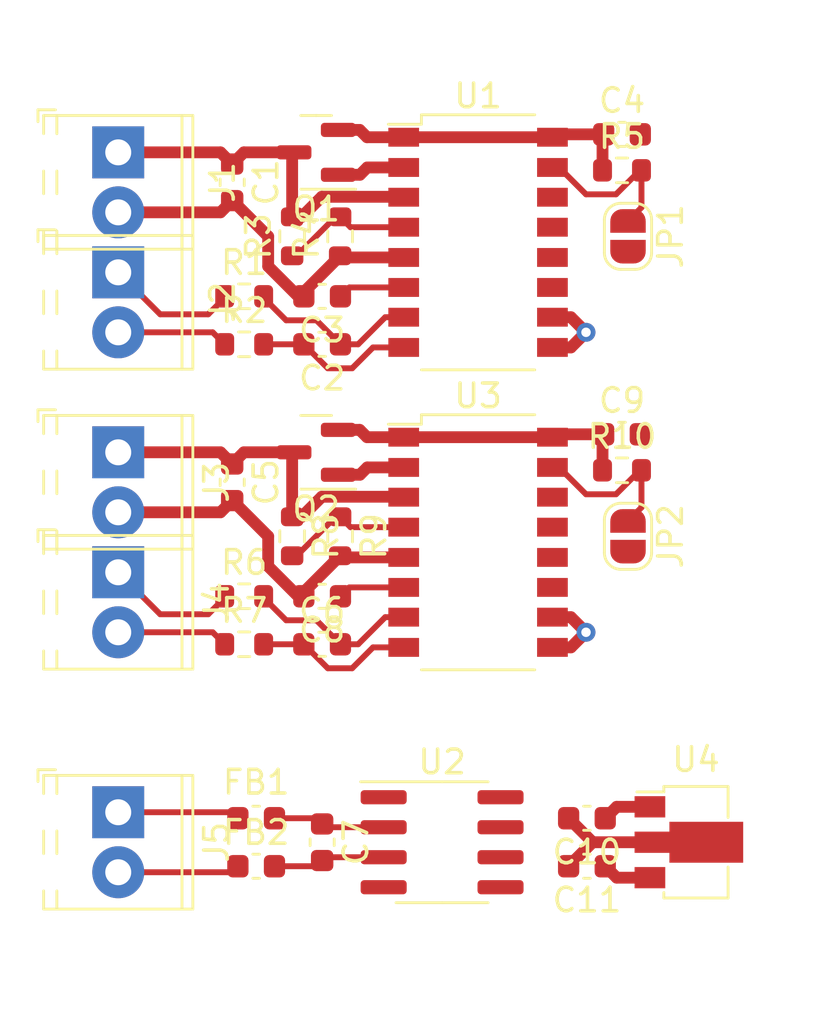
<source format=kicad_pcb>
(kicad_pcb (version 20211014) (generator pcbnew)
  (layers (0 "F.Cu" signal) (31 "B.Cu" signal) (34 "B.Paste" user) (35 "F.Paste" user) (36 "B.SilkS" user "B.Silkscreen") (37 "F.SilkS" user "F.Silkscreen") (38 "B.Mask" user) (39 "F.Mask" user) (44 "Edge.Cuts" user))
  (net 0 "")
  (net 1 "Net-(C1-Pad1)")
  (net 2 "GND")
  (net 3 "Net-(C3-Pad1)")
  (net 4 "GND1")
  (net 5 "Net-(J2-Pad1)")
  (net 6 "Net-(J2-Pad2)")
  (net 7 "Net-(JP1-Pad1)")
  (net 8 "Net-(Q1-Pad1)")
  (net 9 "Net-(R3-Pad1)")
  (net 11 "VDD")
  (net 12 "Net-(C5-Pad1)")
  (net 13 "Net-(C6-Pad1)")
  (net 14 "Net-(C6-Pad2)")
  (net 15 "Net-(C7-Pad1)")
  (net 16 "Net-(C7-Pad2)")
  (net 17 "Net-(C8-Pad1)")
  (net 18 "Net-(J4-Pad1)")
  (net 19 "Net-(J4-Pad2)")
  (net 20 "Net-(JP2-Pad1)")
  (net 21 "Net-(Q2-Pad1)")
  (net 22 "Net-(R8-Pad2)")
  (net 23 "/CLK1")
  (net 24 "/DAT1")
  (net 25 "+3V3")
  (net 26 "/SCK")
  (net 27 "/~{CS}")
  (net 28 "/DOUT")
  (net 29 "/CLK2")
  (net 30 "/DAT2")
  (net 32 "Net-(R1-Pad2)")
  (net 33 "Net-(R2-Pad2)")
  (net 34 "Net-(J5-Pad1)")
  (net 35 "Net-(J5-Pad2)")
  (footprint "Resistor_SMD:R_0603_1608Metric" (layer "F.Cu") (at 114.554 71.628)
    (fp_text reference "R2" (at 0 -1.43) (layer "F.SilkS"))
    (fp_text value "100")
    (fp_line (start -0.237258 -0.5225) (end 0.237258 -0.5225) (layer "F.SilkS") (width 0.12))
    (fp_line (start -0.237258 0.5225) (end 0.237258 0.5225) (layer "F.SilkS") (width 0.12))
    (pad "1" smd roundrect (at -0.825 0) (size 0.8 0.95) (layers "F.Cu" "F.Paste" "F.Mask") (net 6 "Net-(J2-Pad2)"))
    (pad "2" smd roundrect (at 0.825 0) (size 0.8 0.95) (layers "F.Cu" "F.Paste" "F.Mask") (net 33 "Net-(R2-Pad2)"))
  )
  (footprint "Resistor_SMD:R_0603_1608Metric" (layer "F.Cu") (at 116.586 67.056 90)
    (fp_text reference "R3" (at 0 -1.43 90) (layer "F.SilkS"))
    (fp_text value "R_Small")
    (fp_line (start -0.237258 0.5225) (end 0.237258 0.5225) (layer "F.SilkS") (width 0.12))
    (fp_line (start -0.237258 -0.5225) (end 0.237258 -0.5225) (layer "F.SilkS") (width 0.12))
    (pad "1" smd roundrect (at -0.825 0 90) (size 0.8 0.95) (layers "F.Cu" "F.Paste" "F.Mask") (net 9 "Net-(R3-Pad1)"))
    (pad "2" smd roundrect (at 0.825 0 90) (size 0.8 0.95) (layers "F.Cu" "F.Paste" "F.Mask") (net 1 "Net-(C1-Pad1)"))
  )
  (footprint "Capacitor_SMD:C_0603_1608Metric" (layer "F.Cu") (at 117.856 92.71 -90)
    (fp_text reference "C7" (at 0 -1.43 90) (layer "F.SilkS"))
    (fp_text value "10n")
    (fp_line (start -0.14058 0.51) (end 0.14058 0.51) (layer "F.SilkS") (width 0.12))
    (fp_line (start -0.14058 -0.51) (end 0.14058 -0.51) (layer "F.SilkS") (width 0.12))
    (pad "1" smd roundrect (at -0.775 0 270) (size 0.9 0.95) (layers "F.Cu" "F.Paste" "F.Mask") (net 15 "Net-(C7-Pad1)"))
    (pad "2" smd roundrect (at 0.775 0 270) (size 0.9 0.95) (layers "F.Cu" "F.Paste" "F.Mask") (net 16 "Net-(C7-Pad2)"))
  )
  (footprint "Capacitor_SMD:C_0603_1608Metric" (layer "F.Cu") (at 117.856 69.596 180)
    (fp_text reference "C3" (at 0 -1.43 180) (layer "F.SilkS"))
    (fp_text value "C_Small")
    (fp_line (start -0.14058 -0.51) (end 0.14058 -0.51) (layer "F.SilkS") (width 0.12))
    (fp_line (start -0.14058 0.51) (end 0.14058 0.51) (layer "F.SilkS") (width 0.12))
    (pad "1" smd roundrect (at -0.775 0 180) (size 0.9 0.95) (layers "F.Cu" "F.Paste" "F.Mask") (net 3 "Net-(C3-Pad1)"))
    (pad "2" smd roundrect (at 0.775 0 180) (size 0.9 0.95) (layers "F.Cu" "F.Paste" "F.Mask") (net 2 "GND"))
  )
  (footprint "Capacitor_SMD:C_0603_1608Metric" (layer "F.Cu") (at 117.856 71.628 180)
    (fp_text reference "C2" (at 0 -1.43) (layer "F.SilkS"))
    (fp_text value "C_Small")
    (fp_line (start -0.14058 -0.51) (end 0.14058 -0.51) (layer "F.SilkS") (width 0.12))
    (fp_line (start -0.14058 0.51) (end 0.14058 0.51) (layer "F.SilkS") (width 0.12))
    (pad "1" smd roundrect (at -0.775 0 180) (size 0.9 0.95) (layers "F.Cu" "F.Paste" "F.Mask") (net 32 "Net-(R1-Pad2)"))
    (pad "2" smd roundrect (at 0.775 0 180) (size 0.9 0.95) (layers "F.Cu" "F.Paste" "F.Mask") (net 33 "Net-(R2-Pad2)"))
  )
  (footprint "TerminalBlock_Phoenix:TerminalBlock_Phoenix_MPT-0,5-2-2.54_1x02_P2.54mm_Horizontal" (layer "F.Cu") (at 109.22 76.2 -90)
    (fp_text reference "J3" (at 1.27 -4.16 -90) (layer "F.SilkS"))
    (fp_text value "Conn_01x02_Female")
    (fp_line (start 3.33 2.6) (end 4.1 2.6) (layer "F.SilkS") (width 0.12))
    (fp_line (start 0.79 3.16) (end 1.75 3.16) (layer "F.SilkS") (width 0.12))
    (fp_line (start 0.79 2.6) (end 1.75 2.6) (layer "F.SilkS") (width 0.12))
    (fp_line (start -1.56 3.16) (end -0.79 3.16) (layer "F.SilkS") (width 0.12))
    (fp_line (start 3.33 3.16) (end 4.1 3.16) (layer "F.SilkS") (width 0.12))
    (fp_line (start 4.1 -3.16) (end 4.1 3.16) (layer "F.SilkS") (width 0.12))
    (fp_line (start -1.8 3.4) (end -1.3 3.4) (layer "F.SilkS") (width 0.12))
    (fp_line (start -1.56 -3.16) (end -1.56 3.16) (layer "F.SilkS") (width 0.12))
    (fp_line (start -1.56 2.6) (end -0.79 2.6) (layer "F.SilkS") (width 0.12))
    (fp_line (start -1.56 -2.7) (end 4.1 -2.7) (layer "F.SilkS") (width 0.12))
    (fp_line (start -1.56 -3.16) (end 4.1 -3.16) (layer "F.SilkS") (width 0.12))
    (fp_line (start -1.8 2.66) (end -1.8 3.4) (layer "F.SilkS") (width 0.12))
    (pad "" np_thru_hole circle (at 2.54 2.54 270) (size 1.1 1.1) (drill 1.1) (layers *.Cu *.Mask))
    (pad "" np_thru_hole circle (at 0 2.54 270) (size 1.1 1.1) (drill 1.1) (layers *.Cu *.Mask))
    (pad "1" thru_hole rect (at 0 0 270) (size 2.2 2.2) (drill 1.1) (layers *.Cu *.Mask) (net 12 "Net-(C5-Pad1)"))
    (pad "2" thru_hole circle (at 2.54 0 270) (size 2.2 2.2) (drill 1.1) (layers *.Cu *.Mask) (net 2 "GND"))
  )
  (footprint "Jumper:SolderJumper-2_P1.3mm_Open_RoundedPad1.0x1.5mm" (layer "F.Cu") (at 130.81 79.756 -90)
    (fp_text reference "JP2" (at 0 -1.8 90) (layer "F.SilkS"))
    (fp_text value "SolderJumper_2_Open")
    (fp_line (start 0.7 1) (end -0.7 1) (layer "F.SilkS") (width 0.12))
    (fp_line (start 1.4 -0.3) (end 1.4 0.3) (layer "F.SilkS") (width 0.12))
    (fp_line (start -0.7 -1) (end 0.7 -1) (layer "F.SilkS") (width 0.12))
    (fp_line (start -1.4 0.3) (end -1.4 -0.3) (layer "F.SilkS") (width 0.12))
    (fp_arc (start 0.7 -1) (mid 1.194975 -0.794975) (end 1.4 -0.3) (layer "F.SilkS") (width 0.12))
    (fp_arc (start 1.4 0.3) (mid 1.194975 0.794975) (end 0.7 1) (layer "F.SilkS") (width 0.12))
    (fp_arc (start -1.4 -0.3) (mid -1.194975 -0.794975) (end -0.7 -1) (layer "F.SilkS") (width 0.12))
    (fp_arc (start -0.7 1) (mid -1.194975 0.794975) (end -1.4 0.3) (layer "F.SilkS") (width 0.12))
    (pad "1" smd custom (at -0.65 0 270) (size 1 0.5) (layers "F.Cu" "F.Mask") (net 20 "Net-(JP2-Pad1)") (options (clearance outline) (anchor rect)) (primitives (gr_circle (center 0 0.25) (end 0.5 0.25) (width 0) (fill yes)) (gr_circle (center 0 -0.25) (end 0.5 -0.25) (width 0) (fill yes)) (gr_poly (pts (xy 0.5 0.75) (xy 0 0.75) (xy 0 -0.75) (xy 0.5 -0.75)) (width 0) (fill yes))))
    (pad "2" smd custom (at 0.65 0 270) (size 1 0.5) (layers "F.Cu" "F.Mask") (net 2 "GND") (options (clearance outline) (anchor rect)) (primitives (gr_circle (center 0 0.25) (end 0.5 0.25) (width 0) (fill yes)) (gr_circle (center 0 -0.25) (end 0.5 -0.25) (width 0) (fill yes)) (gr_poly (pts (xy 0 0.75) (xy -0.5 0.75) (xy -0.5 -0.75) (xy 0 -0.75)) (width 0) (fill yes))))
  )
  (footprint "Package_SO:SOP-16_4.4x10.4mm_P1.27mm" (layer "F.Cu") (at 124.46 67.31)
    (fp_text reference "U1" (at 0 -6.2) (layer "F.SilkS"))
    (fp_text value "HX711")
    (fp_line (start -2.4 -5.4) (end -2.4 -5) (layer "F.SilkS") (width 0.12))
    (fp_line (start -2.4 -5) (end -3.8 -5) (layer "F.SilkS") (width 0.12))
    (fp_line (start -2.4 -5.4) (end 2.4 -5.4) (layer "F.SilkS") (width 0.12))
    (fp_line (start -2.4 5.4) (end 2.4 5.4) (layer "F.SilkS") (width 0.12))
    (pad "1" smd rect (at -3.15 -4.45) (size 1.3 0.8) (layers "F.Cu" "F.Paste" "F.Mask") (net 11 "VDD"))
    (pad "2" smd rect (at -3.15 -3.17) (size 1.3 0.8) (layers "F.Cu" "F.Paste" "F.Mask") (net 8 "Net-(Q1-Pad1)"))
    (pad "3" smd rect (at -3.15 -1.91) (size 1.3 0.8) (layers "F.Cu" "F.Paste" "F.Mask") (net 1 "Net-(C1-Pad1)"))
    (pad "4" smd rect (at -3.15 -0.64) (size 1.3 0.8) (layers "F.Cu" "F.Paste" "F.Mask") (net 9 "Net-(R3-Pad1)"))
    (pad "5" smd rect (at -3.15 0.64) (size 1.3 0.8) (layers "F.Cu" "F.Paste" "F.Mask") (net 2 "GND"))
    (pad "6" smd rect (at -3.15 1.91) (size 1.3 0.8) (layers "F.Cu" "F.Paste" "F.Mask") (net 3 "Net-(C3-Pad1)"))
    (pad "7" smd rect (at -3.15 3.17) (size 1.3 0.8) (layers "F.Cu" "F.Paste" "F.Mask") (net 32 "Net-(R1-Pad2)"))
    (pad "8" smd rect (at -3.15 4.45) (size 1.3 0.8) (layers "F.Cu" "F.Paste" "F.Mask") (net 33 "Net-(R2-Pad2)"))
    (pad "9" smd rect (at 3.15 4.45) (size 1.3 0.8) (layers "F.Cu" "F.Paste" "F.Mask") (net 2 "GND"))
    (pad "10" smd rect (at 3.15 3.17) (size 1.3 0.8) (layers "F.Cu" "F.Paste" "F.Mask") (net 2 "GND"))
    (pad "11" smd rect (at 3.15 1.91) (size 1.3 0.8) (layers "F.Cu" "F.Paste" "F.Mask") (net 23 "/CLK1"))
    (pad "12" smd rect (at 3.15 0.64) (size 1.3 0.8) (layers "F.Cu" "F.Paste" "F.Mask") (net 24 "/DAT1"))
    (pad "13" smd rect (at 3.15 -0.64) (size 1.3 0.8) (layers "F.Cu" "F.Paste" "F.Mask"))
    (pad "14" smd rect (at 3.15 -1.91) (size 1.3 0.8) (layers "F.Cu" "F.Paste" "F.Mask") (net 2 "GND"))
    (pad "15" smd rect (at 3.15 -3.17) (size 1.3 0.8) (layers "F.Cu" "F.Paste" "F.Mask") (net 7 "Net-(JP1-Pad1)"))
    (pad "16" smd rect (at 3.15 -4.45) (size 1.3 0.8) (layers "F.Cu" "F.Paste" "F.Mask") (net 11 "VDD"))
  )
  (footprint "Jumper:SolderJumper-2_P1.3mm_Open_RoundedPad1.0x1.5mm" (layer "F.Cu") (at 130.81 67.056 -90)
    (fp_text reference "JP1" (at 0 -1.8 90) (layer "F.SilkS"))
    (fp_text value "SolderJumper_2_Open")
    (fp_line (start 1.4 -0.3) (end 1.4 0.3) (layer "F.SilkS") (width 0.12))
    (fp_line (start -0.7 -1) (end 0.7 -1) (layer "F.SilkS") (width 0.12))
    (fp_line (start 0.7 1) (end -0.7 1) (layer "F.SilkS") (width 0.12))
    (fp_line (start -1.4 0.3) (end -1.4 -0.3) (layer "F.SilkS") (width 0.12))
    (fp_arc (start 0.7 -1) (mid 1.194975 -0.794975) (end 1.4 -0.3) (layer "F.SilkS") (width 0.12))
    (fp_arc (start -1.4 -0.3) (mid -1.194975 -0.794975) (end -0.7 -1) (layer "F.SilkS") (width 0.12))
    (fp_arc (start 1.4 0.3) (mid 1.194975 0.794975) (end 0.7 1) (layer "F.SilkS") (width 0.12))
    (fp_arc (start -0.7 1) (mid -1.194975 0.794975) (end -1.4 0.3) (layer "F.SilkS") (width 0.12))
    (pad "1" smd custom (at -0.65 0 270) (size 1 0.5) (layers "F.Cu" "F.Mask") (net 7 "Net-(JP1-Pad1)") (options (clearance outline) (anchor rect)) (primitives (gr_circle (center 0 0.25) (end 0.5 0.25) (width 0) (fill yes)) (gr_circle (center 0 -0.25) (end 0.5 -0.25) (width 0) (fill yes)) (gr_poly (pts (xy 0.5 0.75) (xy 0 0.75) (xy 0 -0.75) (xy 0.5 -0.75)) (width 0) (fill yes))))
    (pad "2" smd custom (at 0.65 0 270) (size 1 0.5) (layers "F.Cu" "F.Mask") (net 2 "GND") (options (clearance outline) (anchor rect)) (primitives (gr_circle (center 0 0.25) (end 0.5 0.25) (width 0) (fill yes)) (gr_circle (center 0 -0.25) (end 0.5 -0.25) (width 0) (fill yes)) (gr_poly (pts (xy 0 0.75) (xy -0.5 0.75) (xy -0.5 -0.75) (xy 0 -0.75)) (width 0) (fill yes))))
  )
  (footprint "Resistor_SMD:R_0603_1608Metric" (layer "F.Cu") (at 118.618 67.056 90)
    (fp_text reference "R4" (at 0 -1.43 90) (layer "F.SilkS"))
    (fp_text value "R_Small")
    (fp_line (start -0.237258 0.5225) (end 0.237258 0.5225) (layer "F.SilkS") (width 0.12))
    (fp_line (start -0.237258 -0.5225) (end 0.237258 -0.5225) (layer "F.SilkS") (width 0.12))
    (pad "1" smd roundrect (at -0.825 0 90) (size 0.8 0.95) (layers "F.Cu" "F.Paste" "F.Mask") (net 2 "GND"))
    (pad "2" smd roundrect (at 0.825 0 90) (size 0.8 0.95) (layers "F.Cu" "F.Paste" "F.Mask") (net 9 "Net-(R3-Pad1)"))
  )
  (footprint "Resistor_SMD:R_0603_1608Metric" (layer "F.Cu") (at 130.556 76.962)
    (fp_text reference "R10" (at 0 -1.43) (layer "F.SilkS"))
    (fp_text value "R_Small")
    (fp_line (start -0.237258 -0.5225) (end 0.237258 -0.5225) (layer "F.SilkS") (width 0.12))
    (fp_line (start -0.237258 0.5225) (end 0.237258 0.5225) (layer "F.SilkS") (width 0.12))
    (pad "1" smd roundrect (at -0.825 0) (size 0.8 0.95) (layers "F.Cu" "F.Paste" "F.Mask") (net 11 "VDD"))
    (pad "2" smd roundrect (at 0.825 0) (size 0.8 0.95) (layers "F.Cu" "F.Paste" "F.Mask") (net 20 "Net-(JP2-Pad1)"))
  )
  (footprint "Package_SO:SOIC-8_3.9x4.9mm_P1.27mm" (layer "F.Cu") (at 122.936 92.71)
    (fp_text reference "U2" (at 0 -3.4) (layer "F.SilkS"))
    (fp_text value "MAX31855KASA")
    (fp_line (start 0 2.56) (end 1.95 2.56) (layer "F.SilkS") (width 0.12))
    (fp_line (start 0 2.56) (end -1.95 2.56) (layer "F.SilkS") (width 0.12))
    (fp_line (start 0 -2.56) (end -3.45 -2.56) (layer "F.SilkS") (width 0.12))
    (fp_line (start 0 -2.56) (end 1.95 -2.56) (layer "F.SilkS") (width 0.12))
    (pad "1" smd roundrect (at -2.475 -1.905) (size 1.95 0.6) (layers "F.Cu" "F.Paste" "F.Mask") (net 2 "GND"))
    (pad "2" smd roundrect (at -2.475 -0.635) (size 1.95 0.6) (layers "F.Cu" "F.Paste" "F.Mask") (net 15 "Net-(C7-Pad1)"))
    (pad "3" smd roundrect (at -2.475 0.635) (size 1.95 0.6) (layers "F.Cu" "F.Paste" "F.Mask") (net 16 "Net-(C7-Pad2)"))
    (pad "4" smd roundrect (at -2.475 1.905) (size 1.95 0.6) (layers "F.Cu" "F.Paste" "F.Mask") (net 25 "+3V3"))
    (pad "5" smd roundrect (at 2.475 1.905) (size 1.95 0.6) (layers "F.Cu" "F.Paste" "F.Mask") (net 26 "/SCK"))
    (pad "6" smd roundrect (at 2.475 0.635) (size 1.95 0.6) (layers "F.Cu" "F.Paste" "F.Mask") (net 27 "/~{CS}"))
    (pad "7" smd roundrect (at 2.475 -0.635) (size 1.95 0.6) (layers "F.Cu" "F.Paste" "F.Mask") (net 28 "/DOUT"))
    (pad "8" smd roundrect (at 2.475 -1.905) (size 1.95 0.6) (layers "F.Cu" "F.Paste" "F.Mask"))
  )
  (footprint "Capacitor_SMD:C_0603_1608Metric" (layer "F.Cu") (at 129.070501 93.726 180)
    (fp_text reference "C11" (at 0 -1.43) (layer "F.SilkS"))
    (fp_text value "C_Small")
    (fp_line (start -0.14058 0.51) (end 0.14058 0.51) (layer "F.SilkS") (width 0.12))
    (fp_line (start -0.14058 -0.51) (end 0.14058 -0.51) (layer "F.SilkS") (width 0.12))
    (pad "1" smd roundrect (at -0.775 0 180) (size 0.9 0.95) (layers "F.Cu" "F.Paste" "F.Mask") (net 11 "VDD"))
    (pad "2" smd roundrect (at 0.775 0 180) (size 0.9 0.95) (layers "F.Cu" "F.Paste" "F.Mask") (net 2 "GND"))
  )
  (footprint "Resistor_SMD:R_0603_1608Metric" (layer "F.Cu") (at 118.618 79.756 -90)
    (fp_text reference "R9" (at 0 -1.43 90) (layer "F.SilkS"))
    (fp_text value "R_Small")
    (fp_line (start -0.237258 0.5225) (end 0.237258 0.5225) (layer "F.SilkS") (width 0.12))
    (fp_line (start -0.237258 -0.5225) (end 0.237258 -0.5225) (layer "F.SilkS") (width 0.12))
    (pad "1" smd roundrect (at -0.825 0 270) (size 0.8 0.95) (layers "F.Cu" "F.Paste" "F.Mask") (net 22 "Net-(R8-Pad2)"))
    (pad "2" smd roundrect (at 0.825 0 270) (size 0.8 0.95) (layers "F.Cu" "F.Paste" "F.Mask") (net 2 "GND"))
  )
  (footprint "Capacitor_SMD:C_0603_1608Metric" (layer "F.Cu") (at 114.046 77.47 -90)
    (fp_text reference "C5" (at 0 -1.43 -90) (layer "F.SilkS"))
    (fp_text value "C_Small")
    (fp_line (start -0.14058 -0.51) (end 0.14058 -0.51) (layer "F.SilkS") (width 0.12))
    (fp_line (start -0.14058 0.51) (end 0.14058 0.51) (layer "F.SilkS") (width 0.12))
    (pad "1" smd roundrect (at -0.775 0 270) (size 0.9 0.95) (layers "F.Cu" "F.Paste" "F.Mask") (net 12 "Net-(C5-Pad1)"))
    (pad "2" smd roundrect (at 0.775 0 270) (size 0.9 0.95) (layers "F.Cu" "F.Paste" "F.Mask") (net 2 "GND"))
  )
  (footprint "TerminalBlock_Phoenix:TerminalBlock_Phoenix_MPT-0,5-2-2.54_1x02_P2.54mm_Horizontal" (layer "F.Cu") (at 109.22 63.5 -90)
    (fp_text reference "J1" (at 1.27 -4.414 -90) (layer "F.SilkS"))
    (fp_text value "Conn_01x02_Female")
    (fp_line (start -1.56 2.6) (end -0.79 2.6) (layer "F.SilkS") (width 0.12))
    (fp_line (start -1.56 -3.16) (end 4.1 -3.16) (layer "F.SilkS") (width 0.12))
    (fp_line (start -1.56 -3.16) (end -1.56 3.16) (layer "F.SilkS") (width 0.12))
    (fp_line (start 3.33 3.16) (end 4.1 3.16) (layer "F.SilkS") (width 0.12))
    (fp_line (start -1.8 3.4) (end -1.3 3.4) (layer "F.SilkS") (width 0.12))
    (fp_line (start 4.1 -3.16) (end 4.1 3.16) (layer "F.SilkS") (width 0.12))
    (fp_line (start 3.33 2.6) (end 4.1 2.6) (layer "F.SilkS") (width 0.12))
    (fp_line (start -1.56 3.16) (end -0.79 3.16) (layer "F.SilkS") (width 0.12))
    (fp_line (start 0.79 3.16) (end 1.75 3.16) (layer "F.SilkS") (width 0.12))
    (fp_line (start 0.79 2.6) (end 1.75 2.6) (layer "F.SilkS") (width 0.12))
    (fp_line (start -1.8 2.66) (end -1.8 3.4) (layer "F.SilkS") (width 0.12))
    (fp_line (start -1.56 -2.7) (end 4.1 -2.7) (layer "F.SilkS") (width 0.12))
    (pad "" np_thru_hole circle (at 0 2.54 270) (size 1.1 1.1) (drill 1.1) (layers *.Cu *.Mask))
    (pad "" np_thru_hole circle (at 2.54 2.54 270) (size 1.1 1.1) (drill 1.1) (layers *.Cu *.Mask))
    (pad "1" thru_hole rect (at 0 0 270) (size 2.2 2.2) (drill 1.1) (layers *.Cu *.Mask) (net 1 "Net-(C1-Pad1)"))
    (pad "2" thru_hole circle (at 2.54 0 270) (size 2.2 2.2) (drill 1.1) (layers *.Cu *.Mask) (net 2 "GND"))
  )
  (footprint "Package_SO:SOP-16_4.4x10.4mm_P1.27mm" (layer "F.Cu") (at 124.46 80.01)
    (fp_text reference "U3" (at 0 -6.2) (layer "F.SilkS"))
    (fp_text value "HX711")
    (fp_line (start -2.4 5.4) (end 2.4 5.4) (layer "F.SilkS") (width 0.12))
    (fp_line (start -2.4 -5.4) (end -2.4 -5) (layer "F.SilkS") (width 0.12))
    (fp_line (start -2.4 -5) (end -3.8 -5) (layer "F.SilkS") (width 0.12))
    (fp_line (start -2.4 -5.4) (end 2.4 -5.4) (layer "F.SilkS") (width 0.12))
    (pad "1" smd rect (at -3.15 -4.45) (size 1.3 0.8) (layers "F.Cu" "F.Paste" "F.Mask") (net 11 "VDD"))
    (pad "2" smd rect (at -3.15 -3.17) (size 1.3 0.8) (layers "F.Cu" "F.Paste" "F.Mask") (net 21 "Net-(Q2-Pad1)"))
    (pad "3" smd rect (at -3.15 -1.91) (size 1.3 0.8) (layers "F.Cu" "F.Paste" "F.Mask") (net 12 "Net-(C5-Pad1)"))
    (pad "4" smd rect (at -3.15 -0.64) (size 1.3 0.8) (layers "F.Cu" "F.Paste" "F.Mask") (net 22 "Net-(R8-Pad2)"))
    (pad "5" smd rect (at -3.15 0.64) (size 1.3 0.8) (layers "F.Cu" "F.Paste" "F.Mask") (net 2 "GND"))
    (pad "6" smd rect (at -3.15 1.91) (size 1.3 0.8) (layers "F.Cu" "F.Paste" "F.Mask") (net 17 "Net-(C8-Pad1)"))
    (pad "7" smd rect (at -3.15 3.17) (size 1.3 0.8) (layers "F.Cu" "F.Paste" "F.Mask") (net 13 "Net-(C6-Pad1)"))
    (pad "8" smd rect (at -3.15 4.45) (size 1.3 0.8) (layers "F.Cu" "F.Paste" "F.Mask") (net 14 "Net-(C6-Pad2)"))
    (pad "9" smd rect (at 3.15 4.45) (size 1.3 0.8) (layers "F.Cu" "F.Paste" "F.Mask") (net 2 "GND"))
    (pad "10" smd rect (at 3.15 3.17) (size 1.3 0.8) (layers "F.Cu" "F.Paste" "F.Mask") (net 2 "GND"))
    (pad "11" smd rect (at 3.15 1.91) (size 1.3 0.8) (layers "F.Cu" "F.Paste" "F.Mask") (net 29 "/CLK2"))
    (pad "12" smd rect (at 3.15 0.64) (size 1.3 0.8) (layers "F.Cu" "F.Paste" "F.Mask") (net 30 "/DAT2"))
    (pad "13" smd rect (at 3.15 -0.64) (size 1.3 0.8) (layers "F.Cu" "F.Paste" "F.Mask"))
    (pad "14" smd rect (at 3.15 -1.91) (size 1.3 0.8) (layers "F.Cu" "F.Paste" "F.Mask") (net 11 "VDD"))
    (pad "15" smd rect (at 3.15 -3.17) (size 1.3 0.8) (layers "F.Cu" "F.Paste" "F.Mask") (net 20 "Net-(JP2-Pad1)"))
    (pad "16" smd rect (at 3.15 -4.45) (size 1.3 0.8) (layers "F.Cu" "F.Paste" "F.Mask") (net 11 "VDD"))
  )
  (footprint "Capacitor_SMD:C_0603_1608Metric" (layer "F.Cu") (at 115.062 93.726)
    (fp_text reference "FB2" (at 0 -1.43) (layer "F.SilkS"))
    (fp_text value "BLM18P")
    (fp_line (start -0.14058 -0.51) (end 0.14058 -0.51) (layer "F.SilkS") (width 0.12))
    (fp_line (start -0.14058 0.51) (end 0.14058 0.51) (layer "F.SilkS") (width 0.12))
    (pad "1" smd roundrect (at -0.775 0) (size 0.9 0.95) (layers "F.Cu" "F.Paste" "F.Mask") (net 35 "Net-(J5-Pad2)"))
    (pad "2" smd roundrect (at 0.775 0) (size 0.9 0.95) (layers "F.Cu" "F.Paste" "F.Mask") (net 16 "Net-(C7-Pad2)"))
  )
  (footprint "Resistor_SMD:R_0603_1608Metric" (layer "F.Cu") (at 114.554 84.328)
    (fp_text reference "R7" (at 0 -1.43) (layer "F.SilkS"))
    (fp_text value "100")
    (fp_line (start -0.237258 -0.5225) (end 0.237258 -0.5225) (layer "F.SilkS") (width 0.12))
    (fp_line (start -0.237258 0.5225) (end 0.237258 0.5225) (layer "F.SilkS") (width 0.12))
    (pad "1" smd roundrect (at -0.825 0) (size 0.8 0.95) (layers "F.Cu" "F.Paste" "F.Mask") (net 14 "Net-(C6-Pad2)"))
    (pad "2" smd roundrect (at 0.825 0) (size 0.8 0.95) (layers "F.Cu" "F.Paste" "F.Mask") (net 19 "Net-(J4-Pad2)"))
  )
  (footprint "Package_TO_SOT_SMD:SOT-23" (layer "F.Cu") (at 117.602 63.5 180)
    (fp_text reference "Q1" (at 0 -2.4) (layer "F.SilkS"))
    (fp_text value "MMBT3906")
    (fp_line (start 0 -1.56) (end 0.65 -1.56) (layer "F.SilkS") (width 0.12))
    (fp_line (start 0 -1.56) (end -1.675 -1.56) (layer "F.SilkS") (width 0.12))
    (fp_line (start 0 1.56) (end -0.65 1.56) (layer "F.SilkS") (width 0.12))
    (fp_line (start 0 1.56) (end 0.65 1.56) (layer "F.SilkS") (width 0.12))
    (pad "1" smd roundrect (at -0.9375 -0.95 180) (size 1.475 0.6) (layers "F.Cu" "F.Paste" "F.Mask") (net 8 "Net-(Q1-Pad1)"))
    (pad "2" smd roundrect (at -0.9375 0.95 180) (size 1.475 0.6) (layers "F.Cu" "F.Paste" "F.Mask") (net 11 "VDD"))
    (pad "3" smd roundrect (at 0.9375 0 180) (size 1.475 0.6) (layers "F.Cu" "F.Paste" "F.Mask") (net 1 "Net-(C1-Pad1)"))
  )
  (footprint "Capacitor_SMD:C_0603_1608Metric" (layer "F.Cu") (at 114.046 64.77 -90)
    (fp_text reference "C1" (at 0 -1.43 -90) (layer "F.SilkS"))
    (fp_text value "C_Small")
    (fp_line (start -0.14058 -0.51) (end 0.14058 -0.51) (layer "F.SilkS") (width 0.12))
    (fp_line (start -0.14058 0.51) (end 0.14058 0.51) (layer "F.SilkS") (width 0.12))
    (pad "1" smd roundrect (at -0.775 0 270) (size 0.9 0.95) (layers "F.Cu" "F.Paste" "F.Mask") (net 1 "Net-(C1-Pad1)"))
    (pad "2" smd roundrect (at 0.775 0 270) (size 0.9 0.95) (layers "F.Cu" "F.Paste" "F.Mask") (net 2 "GND"))
  )
  (footprint "TerminalBlock_Phoenix:TerminalBlock_Phoenix_MPT-0,5-2-2.54_1x02_P2.54mm_Horizontal" (layer "F.Cu") (at 109.22 81.28 -90)
    (fp_text reference "J4" (at 1.27 -4.16 -90) (layer "F.SilkS"))
    (fp_text value "Conn_01x02_Female")
    (fp_line (start 3.33 2.6) (end 4.1 2.6) (layer "F.SilkS") (width 0.12))
    (fp_line (start 4.1 -3.16) (end 4.1 3.16) (layer "F.SilkS") (width 0.12))
    (fp_line (start -1.56 -3.16) (end 4.1 -3.16) (layer "F.SilkS") (width 0.12))
    (fp_line (start 0.79 3.16) (end 1.75 3.16) (layer "F.SilkS") (width 0.12))
    (fp_line (start -1.56 2.6) (end -0.79 2.6) (layer "F.SilkS") (width 0.12))
    (fp_line (start 0.79 2.6) (end 1.75 2.6) (layer "F.SilkS") (width 0.12))
    (fp_line (start -1.56 -2.7) (end 4.1 -2.7) (layer "F.SilkS") (width 0.12))
    (fp_line (start -1.56 -3.16) (end -1.56 3.16) (layer "F.SilkS") (width 0.12))
    (fp_line (start 3.33 3.16) (end 4.1 3.16) (layer "F.SilkS") (width 0.12))
    (fp_line (start -1.8 2.66) (end -1.8 3.4) (layer "F.SilkS") (width 0.12))
    (fp_line (start -1.8 3.4) (end -1.3 3.4) (layer "F.SilkS") (width 0.12))
    (fp_line (start -1.56 3.16) (end -0.79 3.16) (layer "F.SilkS") (width 0.12))
    (pad "" np_thru_hole circle (at 0 2.54 270) (size 1.1 1.1) (drill 1.1) (layers *.Cu *.Mask))
    (pad "" np_thru_hole circle (at 2.54 2.54 270) (size 1.1 1.1) (drill 1.1) (layers *.Cu *.Mask))
    (pad "1" thru_hole rect (at 0 0 270) (size 2.2 2.2) (drill 1.1) (layers *.Cu *.Mask) (net 18 "Net-(J4-Pad1)"))
    (pad "2" thru_hole circle (at 2.54 0 270) (size 2.2 2.2) (drill 1.1) (layers *.Cu *.Mask) (net 19 "Net-(J4-Pad2)"))
  )
  (footprint "TerminalBlock_Phoenix:TerminalBlock_Phoenix_MPT-0,5-2-2.54_1x02_P2.54mm_Horizontal" (layer "F.Cu") (at 109.22 91.44 -90)
    (fp_text reference "J5" (at 1.27 -4.16 -90) (layer "F.SilkS"))
    (fp_text value "Conn_01x02_Female")
    (fp_line (start 3.33 3.16) (end 4.1 3.16) (layer "F.SilkS") (width 0.12))
    (fp_line (start -1.56 -2.7) (end 4.1 -2.7) (layer "F.SilkS") (width 0.12))
    (fp_line (start 0.79 3.16) (end 1.75 3.16) (layer "F.SilkS") (width 0.12))
    (fp_line (start -1.56 -3.16) (end 4.1 -3.16) (layer "F.SilkS") (width 0.12))
    (fp_line (start -1.56 3.16) (end -0.79 3.16) (layer "F.SilkS") (width 0.12))
    (fp_line (start 3.33 2.6) (end 4.1 2.6) (layer "F.SilkS") (width 0.12))
    (fp_line (start -1.8 2.66) (end -1.8 3.4) (layer "F.SilkS") (width 0.12))
    (fp_line (start -1.56 -3.16) (end -1.56 3.16) (layer "F.SilkS") (width 0.12))
    (fp_line (start -1.8 3.4) (end -1.3 3.4) (layer "F.SilkS") (width 0.12))
    (fp_line (start -1.56 2.6) (end -0.79 2.6) (layer "F.SilkS") (width 0.12))
    (fp_line (start 4.1 -3.16) (end 4.1 3.16) (layer "F.SilkS") (width 0.12))
    (fp_line (start 0.79 2.6) (end 1.75 2.6) (layer "F.SilkS") (width 0.12))
    (pad "" np_thru_hole circle (at 2.54 2.54 270) (size 1.1 1.1) (drill 1.1) (layers *.Cu *.Mask))
    (pad "" np_thru_hole circle (at 0 2.54 270) (size 1.1 1.1) (drill 1.1) (layers *.Cu *.Mask))
    (pad "1" thru_hole rect (at 0 0 270) (size 2.2 2.2) (drill 1.1) (layers *.Cu *.Mask) (net 34 "Net-(J5-Pad1)"))
    (pad "2" thru_hole circle (at 2.54 0 270) (size 2.2 2.2) (drill 1.1) (layers *.Cu *.Mask) (net 35 "Net-(J5-Pad2)"))
  )
  (footprint "TerminalBlock_Phoenix:TerminalBlock_Phoenix_MPT-0,5-2-2.54_1x02_P2.54mm_Horizontal" (layer "F.Cu") (at 109.22 68.58 -90)
    (fp_text reference "J2" (at 1.27 -4.414 -90) (layer "F.SilkS"))
    (fp_text value "Conn_01x02_Female")
    (fp_line (start -1.56 -3.16) (end -1.56 3.16) (layer "F.SilkS") (width 0.12))
    (fp_line (start -1.56 -3.16) (end 4.1 -3.16) (layer "F.SilkS") (width 0.12))
    (fp_line (start -1.56 2.6) (end -0.79 2.6) (layer "F.SilkS") (width 0.12))
    (fp_line (start -1.8 3.4) (end -1.3 3.4) (layer "F.SilkS") (width 0.12))
    (fp_line (start 3.33 3.16) (end 4.1 3.16) (layer "F.SilkS") (width 0.12))
    (fp_line (start 3.33 2.6) (end 4.1 2.6) (layer "F.SilkS") (width 0.12))
    (fp_line (start 0.79 3.16) (end 1.75 3.16) (layer "F.SilkS") (width 0.12))
    (fp_line (start -1.56 -2.7) (end 4.1 -2.7) (layer "F.SilkS") (width 0.12))
    (fp_line (start -1.56 3.16) (end -0.79 3.16) (layer "F.SilkS") (width 0.12))
    (fp_line (start -1.8 2.66) (end -1.8 3.4) (layer "F.SilkS") (width 0.12))
    (fp_line (start 0.79 2.6) (end 1.75 2.6) (layer "F.SilkS") (width 0.12))
    (fp_line (start 4.1 -3.16) (end 4.1 3.16) (layer "F.SilkS") (width 0.12))
    (pad "" np_thru_hole circle (at 2.54 2.54 270) (size 1.1 1.1) (drill 1.1) (layers *.Cu *.Mask))
    (pad "" np_thru_hole circle (at 0 2.54 270) (size 1.1 1.1) (drill 1.1) (layers *.Cu *.Mask))
    (pad "1" thru_hole rect (at 0 0 270) (size 2.2 2.2) (drill 1.1) (layers *.Cu *.Mask) (net 5 "Net-(J2-Pad1)"))
    (pad "2" thru_hole circle (at 2.54 0 270) (size 2.2 2.2) (drill 1.1) (layers *.Cu *.Mask) (net 6 "Net-(J2-Pad2)"))
  )
  (footprint "Package_TO_SOT_SMD:SOT-23" (layer "F.Cu") (at 117.602 76.2 180)
    (fp_text reference "Q2" (at 0 -2.4 180) (layer "F.SilkS"))
    (fp_text value "MMBT3906")
    (fp_line (start 0 1.56) (end -0.65 1.56) (layer "F.SilkS") (width 0.12))
    (fp_line (start 0 -1.56) (end 0.65 -1.56) (layer "F.SilkS") (width 0.12))
    (fp_line (start 0 -1.56) (end -1.675 -1.56) (layer "F.SilkS") (width 0.12))
    (fp_line (start 0 1.56) (end 0.65 1.56) (layer "F.SilkS") (width 0.12))
    (pad "1" smd roundrect (at -0.9375 -0.95 180) (size 1.475 0.6) (layers "F.Cu" "F.Paste" "F.Mask") (net 21 "Net-(Q2-Pad1)"))
    (pad "2" smd roundrect (at -0.9375 0.95 180) (size 1.475 0.6) (layers "F.Cu" "F.Paste" "F.Mask") (net 11 "VDD"))
    (pad "3" smd roundrect (at 0.9375 0 180) (size 1.475 0.6) (layers "F.Cu" "F.Paste" "F.Mask") (net 12 "Net-(C5-Pad1)"))
  )
  (footprint "Package_TO_SOT_SMD:SOT-89-3" (layer "F.Cu") (at 133.3885 92.71)
    (fp_text reference "U4" (at 0.3 -3.5) (layer "F.SilkS"))
    (fp_text value "L78L33_SOT89")
    (fp_line (start -2.2 -2.13) (end -1.06 -2.13) (layer "F.SilkS") (width 0.12))
    (fp_line (start -1.06 2.36) (end -1.06 2.13) (layer "F.SilkS") (width 0.12))
    (fp_line (start 1.66 -2.36) (end 1.66 -1.05) (layer "F.SilkS") (width 0.12))
    (fp_line (start -1.06 -2.36) (end 1.66 -2.36) (layer "F.SilkS") (width 0.12))
    (fp_line (start -1.06 -2.36) (end -1.06 -2.13) (layer "F.SilkS") (width 0.12))
    (fp_line (start 1.66 2.36) (end -1.06 2.36) (layer "F.SilkS") (width 0.12))
    (fp_line (start 1.66 1.05) (end 1.66 2.36) (layer "F.SilkS") (width 0.12))
    (pad "1" smd rect (at -1.65 -1.5) (size 1.3 0.9) (layers "F.Cu" "F.Paste" "F.Mask") (net 25 "+3V3"))
    (pad "2" smd custom (at -1.5625 0) (size 1.475 0.9) (layers "F.Cu" "F.Paste" "F.Mask") (net 2 "GND") (options (clearance outline) (anchor rect)) (primitives (gr_poly (pts (xy 3.8625 0.8665) (xy 0.7375 0.8665) (xy 0.7375 -0.8665) (xy 3.8625 -0.8665)) (width 0) (fill yes))))
    (pad "3" smd rect (at -1.65 1.5) (size 1.3 0.9) (layers "F.Cu" "F.Paste" "F.Mask") (net 11 "VDD"))
  )
  (footprint "Capacitor_SMD:C_0603_1608Metric" (layer "F.Cu") (at 130.556 75.438)
    (fp_text reference "C9" (at 0 -1.43) (layer "F.SilkS"))
    (fp_text value "C_Small")
    (fp_line (start -0.14058 0.51) (end 0.14058 0.51) (layer "F.SilkS") (width 0.12))
    (fp_line (start -0.14058 -0.51) (end 0.14058 -0.51) (layer "F.SilkS") (width 0.12))
    (pad "1" smd roundrect (at -0.775 0) (size 0.9 0.95) (layers "F.Cu" "F.Paste" "F.Mask") (net 11 "VDD"))
    (pad "2" smd roundrect (at 0.775 0) (size 0.9 0.95) (layers "F.Cu" "F.Paste" "F.Mask") (net 4 "GND1"))
  )
  (footprint "Capacitor_SMD:C_0603_1608Metric" (layer "F.Cu") (at 129.070501 91.693998 180)
    (fp_text reference "C10" (at 0 -1.43) (layer "F.SilkS"))
    (fp_text value "C_Small")
    (fp_line (start -0.14058 0.51) (end 0.14058 0.51) (layer "F.SilkS") (width 0.12))
    (fp_line (start -0.14058 -0.51) (end 0.14058 -0.51) (layer "F.SilkS") (width 0.12))
    (pad "1" smd roundrect (at -0.775 0 180) (size 0.9 0.95) (layers "F.Cu" "F.Paste" "F.Mask") (net 25 "+3V3"))
    (pad "2" smd roundrect (at 0.775 0 180) (size 0.9 0.95) (layers "F.Cu" "F.Paste" "F.Mask") (net 2 "GND"))
  )
  (footprint "Resistor_SMD:R_0603_1608Metric" (layer "F.Cu") (at 114.554 82.296)
    (fp_text reference "R6" (at 0 -1.43) (layer "F.SilkS"))
    (fp_text value "100")
    (fp_line (start -0.237258 0.5225) (end 0.237258 0.5225) (layer "F.SilkS") (width 0.12))
    (fp_line (start -0.237258 -0.5225) (end 0.237258 -0.5225) (layer "F.SilkS") (width 0.12))
    (pad "1" smd roundrect (at -0.825 0) (size 0.8 0.95) (layers "F.Cu" "F.Paste" "F.Mask") (net 18 "Net-(J4-Pad1)"))
    (pad "2" smd roundrect (at 0.825 0) (size 0.8 0.95) (layers "F.Cu" "F.Paste" "F.Mask") (net 13 "Net-(C6-Pad1)"))
  )
  (footprint "Capacitor_SMD:C_0603_1608Metric" (layer "F.Cu") (at 115.062 91.694 180)
    (fp_text reference "FB1" (at 0 1.524) (layer "F.SilkS"))
    (fp_text value "BLM18P")
    (fp_line (start -0.14058 0.51) (end 0.14058 0.51) (layer "F.SilkS") (width 0.12))
    (fp_line (start -0.14058 -0.51) (end 0.14058 -0.51) (layer "F.SilkS") (width 0.12))
    (pad "1" smd roundrect (at -0.775 0 180) (size 0.9 0.95) (layers "F.Cu" "F.Paste" "F.Mask") (net 15 "Net-(C7-Pad1)"))
    (pad "2" smd roundrect (at 0.775 0 180) (size 0.9 0.95) (layers "F.Cu" "F.Paste" "F.Mask") (net 34 "Net-(J5-Pad1)"))
  )
  (footprint "Capacitor_SMD:C_0603_1608Metric" (layer "F.Cu") (at 130.556 62.738)
    (fp_text reference "C4" (at 0 -1.43) (layer "F.SilkS"))
    (fp_text value "C_Small")
    (fp_line (start -0.14058 0.51) (end 0.14058 0.51) (layer "F.SilkS") (width 0.12))
    (fp_line (start -0.14058 -0.51) (end 0.14058 -0.51) (layer "F.SilkS") (width 0.12))
    (pad "1" smd roundrect (at -0.775 0) (size 0.9 0.95) (layers "F.Cu" "F.Paste" "F.Mask") (net 11 "VDD"))
    (pad "2" smd roundrect (at 0.775 0) (size 0.9 0.95) (layers "F.Cu" "F.Paste" "F.Mask") (net 4 "GND1"))
  )
  (footprint "Resistor_SMD:R_0603_1608Metric" (layer "F.Cu") (at 130.556 64.262)
    (fp_text reference "R5" (at 0 -1.43) (layer "F.SilkS"))
    (fp_text value "R_Small")
    (fp_line (start -0.237258 -0.5225) (end 0.237258 -0.5225) (layer "F.SilkS") (width 0.12))
    (fp_line (start -0.237258 0.5225) (end 0.237258 0.5225) (layer "F.SilkS") (width 0.12))
    (pad "1" smd roundrect (at -0.825 0) (size 0.8 0.95) (layers "F.Cu" "F.Paste" "F.Mask") (net 11 "VDD"))
    (pad "2" smd roundrect (at 0.825 0) (size 0.8 0.95) (layers "F.Cu" "F.Paste" "F.Mask") (net 7 "Net-(JP1-Pad1)"))
  )
  (footprint "Capacitor_SMD:C_0603_1608Metric" (layer "F.Cu") (at 117.856 82.296 180)
    (fp_text reference "C8" (at 0 -1.43) (layer "F.SilkS"))
    (fp_text value "C_Small")
    (fp_line (start -0.14058 0.51) (end 0.14058 0.51) (layer "F.SilkS") (width 0.12))
    (fp_line (start -0.14058 -0.51) (end 0.14058 -0.51) (layer "F.SilkS") (width 0.12))
    (pad "1" smd roundrect (at -0.775 0 180) (size 0.9 0.95) (layers "F.Cu" "F.Paste" "F.Mask") (net 17 "Net-(C8-Pad1)"))
    (pad "2" smd roundrect (at 0.775 0 180) (size 0.9 0.95) (layers "F.Cu" "F.Paste" "F.Mask") (net 2 "GND"))
  )
  (footprint "Capacitor_SMD:C_0603_1608Metric" (layer "F.Cu") (at 117.856 84.328)
    (fp_text reference "C6" (at 0 -1.43) (layer "F.SilkS"))
    (fp_text value "C_Small")
    (fp_line (start -0.14058 0.51) (end 0.14058 0.51) (layer "F.SilkS") (width 0.12))
    (fp_line (start -0.14058 -0.51) (end 0.14058 -0.51) (layer "F.SilkS") (width 0.12))
    (pad "1" smd roundrect (at -0.775 0) (size 0.9 0.95) (layers "F.Cu" "F.Paste" "F.Mask") (net 13 "Net-(C6-Pad1)"))
    (pad "2" smd roundrect (at 0.775 0) (size 0.9 0.95) (layers "F.Cu" "F.Paste" "F.Mask") (net 14 "Net-(C6-Pad2)"))
  )
  (footprint "Resistor_SMD:R_0603_1608Metric" (layer "F.Cu") (at 116.586 79.756 -90)
    (fp_text reference "R8" (at 0 -1.43 90) (layer "F.SilkS"))
    (fp_text value "R_Small")
    (fp_line (start -0.237258 -0.5225) (end 0.237258 -0.5225) (layer "F.SilkS") (width 0.12))
    (fp_line (start -0.237258 0.5225) (end 0.237258 0.5225) (layer "F.SilkS") (width 0.12))
    (pad "1" smd roundrect (at -0.825 0 270) (size 0.8 0.95) (layers "F.Cu" "F.Paste" "F.Mask") (net 12 "Net-(C5-Pad1)"))
    (pad "2" smd roundrect (at 0.825 0 270) (size 0.8 0.95) (layers "F.Cu" "F.Paste" "F.Mask") (net 22 "Net-(R8-Pad2)"))
  )
  (footprint "Resistor_SMD:R_0603_1608Metric" (layer "F.Cu") (at 114.554 69.596)
    (fp_text reference "R1" (at 0 -1.43) (layer "F.SilkS"))
    (fp_text value "100")
    (fp_line (start -0.237258 0.5225) (end 0.237258 0.5225) (layer "F.SilkS") (width 0.12))
    (fp_line (start -0.237258 -0.5225) (end 0.237258 -0.5225) (layer "F.SilkS") (width 0.12))
    (pad "1" smd roundrect (at -0.825 0) (size 0.8 0.95) (layers "F.Cu" "F.Paste" "F.Mask") (net 5 "Net-(J2-Pad1)"))
    (pad "2" smd roundrect (at 0.825 0) (size 0.8 0.95) (layers "F.Cu" "F.Paste" "F.Mask") (net 32 "Net-(R1-Pad2)"))
  )
  (segment (start 116.99052 66.231) (end 116.586 66.231) (width 0.5) (layer "F.Cu") (net 1))
  (segment (start 116.6645 63.5) (end 114.541 63.5) (width 0.5) (layer "F.Cu") (net 1))
  (segment (start 121.31 65.4) (end 121.29148 65.38148) (width 0.5) (layer "F.Cu") (net 1))
  (segment (start 116.586 66.231) (end 116.586 63.5785) (width 0.5) (layer "F.Cu") (net 1))
  (segment (start 114.541 63.5) (end 114.046 63.995) (width 0.5) (layer "F.Cu") (net 1))
  (segment (start 121.29148 65.38148) (end 117.84004 65.38148) (width 0.5) (layer "F.Cu") (net 1))
  (segment (start 116.586 63.5785) (end 116.6645 63.5) (width 0.5) (layer "F.Cu") (net 1))
  (segment (start 109.22 63.5) (end 113.551 63.5) (width 0.5) (layer "F.Cu") (net 1))
  (segment (start 117.84004 65.38148) (end 116.99052 66.231) (width 0.5) (layer "F.Cu") (net 1))
  (segment (start 113.551 63.5) (end 114.046 63.995) (width 0.5) (layer "F.Cu") (net 1))
  (segment (start 118.687 67.95) (end 118.618 67.881) (width 0.5) (layer "F.Cu") (net 2))
  (segment (start 114.059 78.245) (end 114.046 78.245) (width 0.5) (layer "F.Cu") (net 2))
  (segment (start 115.57 68.326) (end 115.57 67.056) (width 0.5) (layer "F.Cu") (net 2))
  (segment (start 129.032 71.12) (end 128.392 70.48) (width 0.5) (layer "F.Cu") (net 2))
  (segment (start 127.61 84.46) (end 128.392 84.46) (width 0.5) (layer "F.Cu") (net 2))
  (segment (start 114.059 65.545) (end 114.046 65.545) (width 0.5) (layer "F.Cu") (net 2))
  (segment (start 128.392 83.18) (end 127.61 83.18) (width 0.5) (layer "F.Cu") (net 2))
  (segment (start 113.551 66.04) (end 109.22 66.04) (width 0.5) (layer "F.Cu") (net 2))
  (segment (start 127.61 71.76) (end 128.392 71.76) (width 0.5) (layer "F.Cu") (net 2))
  (segment (start 129.032 83.82) (end 128.392 83.18) (width 0.5) (layer "F.Cu") (net 2))
  (segment (start 117.081 82.296) (end 117.081 82.118) (width 0.5) (layer "F.Cu") (net 2))
  (segment (start 129.311501 92.709998) (end 128.295501 91.693998) (width 0.5) (layer "F.Cu") (net 2))
  (segment (start 117.081 82.296) (end 116.84 82.296) (width 0.5) (layer "F.Cu") (net 2))
  (segment (start 117.081 69.418) (end 118.618 67.881) (width 0.5) (layer "F.Cu") (net 2))
  (segment (start 117.081 69.596) (end 117.081 69.418) (width 0.5) (layer "F.Cu") (net 2))
  (segment (start 129.311501 92.71) (end 129.311501 92.709998) (width 0.5) (layer "F.Cu") (net 2))
  (segment (start 116.84 82.296) (end 115.57 81.026) (width 0.5) (layer "F.Cu") (net 2))
  (segment (start 131.826 92.71) (end 129.311501 92.71) (width 0.5) (layer "F.Cu") (net 2))
  (segment (start 114.046 78.245) (end 113.551 78.74) (width 0.5) (layer "F.Cu") (net 2))
  (segment (start 113.551 78.74) (end 109.22 78.74) (width 0.5) (layer "F.Cu") (net 2))
  (segment (start 115.57 67.056) (end 114.059 65.545) (width 0.5) (layer "F.Cu") (net 2))
  (segment (start 128.392 84.46) (end 129.032 83.82) (width 0.5) (layer "F.Cu") (net 2))
  (segment (start 121.31 80.65) (end 118.687 80.65) (width 0.5) (layer "F.Cu") (net 2))
  (segment (start 128.392 71.76) (end 129.032 71.12) (width 0.5) (layer "F.Cu") (net 2))
  (segment (start 115.57 79.756) (end 114.059 78.245) (width 0.5) (layer "F.Cu") (net 2))
  (segment (start 116.84 69.596) (end 115.57 68.326) (width 0.5) (layer "F.Cu") (net 2))
  (segment (start 115.57 81.026) (end 115.57 79.756) (width 0.5) (layer "F.Cu") (net 2))
  (segment (start 118.687 80.65) (end 118.618 80.581) (width 0.5) (layer "F.Cu") (net 2))
  (segment (start 117.081 69.596) (end 116.84 69.596) (width 0.5) (layer "F.Cu") (net 2))
  (segment (start 121.31 67.95) (end 118.687 67.95) (width 0.5) (layer "F.Cu") (net 2))
  (segment (start 114.046 65.545) (end 113.551 66.04) (width 0.5) (layer "F.Cu") (net 2))
  (segment (start 128.392 70.48) (end 127.61 70.48) (width 0.5) (layer "F.Cu") (net 2))
  (segment (start 117.081 82.118) (end 118.618 80.581) (width 0.5) (layer "F.Cu") (net 2))
  (segment (start 129.311501 92.71) (end 128.295501 93.726) (width 0.5) (layer "F.Cu") (net 2))
  (via (at 129.032 83.82) (size 0.8) (drill 0.4) (layers "F.Cu" "B.Cu") (net 2))
  (via (at 129.032 71.12) (size 0.8) (drill 0.4) (layers "F.Cu" "B.Cu") (net 2))
  (segment (start 121.31 69.22) (end 119.007 69.22) (width 0.25) (layer "F.Cu") (net 3))
  (segment (start 119.007 69.22) (end 118.631 69.596) (width 0.25) (layer "F.Cu") (net 3))
  (segment (start 113.03 70.358) (end 110.998 70.358) (width 0.25) (layer "F.Cu") (net 5))
  (segment (start 110.998 70.358) (end 109.22 68.58) (width 0.25) (layer "F.Cu") (net 5))
  (segment (start 113.729 69.596) (end 113.729 69.659) (width 0.25) (layer "F.Cu") (net 5))
  (segment (start 113.729 69.659) (end 113.03 70.358) (width 0.25) (layer "F.Cu") (net 5))
  (segment (start 113.221 71.12) (end 113.729 71.628) (width 0.25) (layer "F.Cu") (net 6))
  (segment (start 113.221 83.82) (end 113.729 84.328) (width 0.25) (layer "F.Cu") (net 6))
  (segment (start 109.22 71.12) (end 113.221 71.12) (width 0.25) (layer "F.Cu") (net 6))
  (segment (start 109.22 83.82) (end 113.221 83.82) (width 0.25) (layer "F.Cu") (net 6))
  (segment (start 131.318 64.262) (end 130.302 65.278) (width 0.25) (layer "F.Cu") (net 7))
  (segment (start 130.302 65.278) (end 129.032 65.278) (width 0.25) (layer "F.Cu") (net 7))
  (segment (start 129.032 65.278) (end 127.894 64.14) (width 0.25) (layer "F.Cu") (net 7))
  (segment (start 131.381 64.262) (end 131.381 65.835) (width 0.25) (layer "F.Cu") (net 7))
  (segment (start 127.894 64.14) (end 127.61 64.14) (width 0.25) (layer "F.Cu") (net 7))
  (segment (start 131.381 64.262) (end 131.318 64.262) (width 0.25) (layer "F.Cu") (net 7))
  (segment (start 131.381 65.835) (end 130.81 66.406) (width 0.25) (layer "F.Cu") (net 7))
  (segment (start 119.456 64.45) (end 119.766 64.14) (width 0.5) (layer "F.Cu") (net 8))
  (segment (start 121.31 64.14) (end 119.766 64.14) (width 0.5) (layer "F.Cu") (net 8))
  (segment (start 118.5395 64.45) (end 119.456 64.45) (width 0.5) (layer "F.Cu") (net 8))
  (segment (start 121.31 66.67) (end 119.057 66.67) (width 0.25) (layer "F.Cu") (net 9))
  (segment (start 119.057 66.67) (end 118.618 66.231) (width 0.25) (layer "F.Cu") (net 9))
  (segment (start 116.586 67.881) (end 116.777 67.881) (width 0.25) (layer "F.Cu") (net 9))
  (segment (start 118.427 66.231) (end 118.618 66.231) (width 0.25) (layer "F.Cu") (net 9))
  (segment (start 116.777 67.881) (end 118.427 66.231) (width 0.25) (layer "F.Cu") (net 9))
  (segment (start 129.731 64.262) (end 129.731 62.788) (width 0.5) (layer "F.Cu") (net 11))
  (segment (start 129.731 75.488) (end 129.781 75.438) (width 0.5) (layer "F.Cu") (net 11))
  (segment (start 129.731 76.962) (end 129.731 75.488) (width 0.5) (layer "F.Cu") (net 11))
  (segment (start 127.61 62.86) (end 121.31 62.86) (width 0.5) (layer "F.Cu") (net 11))
  (segment (start 118.5395 62.55) (end 119.446 62.55) (width 0.5) (layer "F.Cu") (net 11))
  (segment (start 129.781 75.438) (end 127.732 75.438) (width 0.5) (layer "F.Cu") (net 11))
  (segment (start 121.31 62.86) (end 119.756 62.86) (width 0.5) (layer "F.Cu") (net 11))
  (segment (start 127.732 75.438) (end 127.61 75.56) (width 0.5) (layer "F.Cu") (net 11))
  (segment (start 129.781 62.738) (end 127.732 62.738) (width 0.5) (layer "F.Cu") (net 11))
  (segment (start 127.732 62.738) (end 127.61 62.86) (width 0.5) (layer "F.Cu") (net 11))
  (segment (start 131.7385 94.21) (end 130.329501 94.21) (width 0.5) (layer "F.Cu") (net 11))
  (segment (start 119.446 62.55) (end 119.756 62.86) (width 0.5) (layer "F.Cu") (net 11))
  (segment (start 119.446 75.25) (end 119.756 75.56) (width 0.5) (layer "F.Cu") (net 11))
  (segment (start 118.5395 75.25) (end 119.446 75.25) (width 0.5) (layer "F.Cu") (net 11))
  (segment (start 129.731 62.788) (end 129.781 62.738) (width 0.5) (layer "F.Cu") (net 11))
  (segment (start 130.329501 94.21) (end 129.845501 93.726) (width 0.5) (layer "F.Cu") (net 11))
  (segment (start 121.31 75.56) (end 119.756 75.56) (width 0.5) (layer "F.Cu") (net 11))
  (segment (start 127.61 75.56) (end 121.31 75.56) (width 0.5) (layer "F.Cu") (net 11))
  (segment (start 113.551 76.2) (end 114.046 76.695) (width 0.5) (layer "F.Cu") (net 12))
  (segment (start 116.586 76.2785) (end 116.6645 76.2) (width 0.5) (layer "F.Cu") (net 12))
  (segment (start 116.6645 76.2) (end 114.541 76.2) (width 0.5) (layer "F.Cu") (net 12))
  (segment (start 109.22 76.2) (end 113.551 76.2) (width 0.5) (layer "F.Cu") (net 12))
  (segment (start 114.541 76.2) (end 114.046 76.695) (width 0.5) (layer "F.Cu") (net 12))
  (segment (start 116.586 78.931) (end 116.586 76.2785) (width 0.5) (layer "F.Cu") (net 12))
  (segment (start 117.84004 78.08148) (end 116.99052 78.931) (width 0.5) (layer "F.Cu") (net 12))
  (segment (start 121.31 78.1) (end 121.29148 78.08148) (width 0.5) (layer "F.Cu") (net 12))
  (segment (start 121.29148 78.08148) (end 117.84004 78.08148) (width 0.5) (layer "F.Cu") (net 12))
  (segment (start 116.99052 78.931) (end 116.586 78.931) (width 0.5) (layer "F.Cu") (net 12))
  (segment (start 115.837 91.694) (end 117.615 91.694) (width 0.25) (layer "F.Cu") (net 15))
  (segment (start 117.615 91.694) (end 117.856 91.935) (width 0.25) (layer "F.Cu") (net 15))
  (segment (start 120.461 92.075) (end 117.996 92.075) (width 0.25) (layer "F.Cu") (net 15))
  (segment (start 117.996 92.075) (end 117.856 91.935) (width 0.25) (layer "F.Cu") (net 15))
  (segment (start 115.837 93.726) (end 117.615 93.726) (width 0.25) (layer "F.Cu") (net 16))
  (segment (start 120.461 93.345) (end 117.996 93.345) (width 0.25) (layer "F.Cu") (net 16))
  (segment (start 117.996 93.345) (end 117.856 93.485) (width 0.25) (layer "F.Cu") (net 16))
  (segment (start 117.615 93.726) (end 117.856 93.485) (width 0.25) (layer "F.Cu") (net 16))
  (segment (start 119.007 81.92) (end 118.631 82.296) (width 0.25) (layer "F.Cu") (net 17))
  (segment (start 121.31 81.92) (end 119.007 81.92) (width 0.25) (layer "F.Cu") (net 17))
  (segment (start 113.729 82.296) (end 113.729 82.359) (width 0.25) (layer "F.Cu") (net 18))
  (segment (start 110.998 83.058) (end 109.22 81.28) (width 0.25) (layer "F.Cu") (net 18))
  (segment (start 113.03 83.058) (end 110.998 83.058) (width 0.25) (layer "F.Cu") (net 18))
  (segment (start 113.729 82.359) (end 113.03 83.058) (width 0.25) (layer "F.Cu") (net 18))
  (segment (start 129.032 77.978) (end 127.894 76.84) (width 0.25) (layer "F.Cu") (net 20))
  (segment (start 130.302 77.978) (end 129.032 77.978) (width 0.25) (layer "F.Cu") (net 20))
  (segment (start 131.381 76.962) (end 131.318 76.962) (width 0.25) (layer "F.Cu") (net 20))
  (segment (start 131.381 76.962) (end 131.381 78.535) (width 0.25) (layer "F.Cu") (net 20))
  (segment (start 131.318 76.962) (end 130.302 77.978) (width 0.25) (layer "F.Cu") (net 20))
  (segment (start 127.894 76.84) (end 127.61 76.84) (width 0.25) (layer "F.Cu") (net 20))
  (segment (start 131.381 78.535) (end 130.81 79.106) (width 0.25) (layer "F.Cu") (net 20))
  (segment (start 121.31 76.84) (end 119.766 76.84) (width 0.5) (layer "F.Cu") (net 21))
  (segment (start 118.5395 77.15) (end 119.456 77.15) (width 0.5) (layer "F.Cu") (net 21))
  (segment (start 119.456 77.15) (end 119.766 76.84) (width 0.5) (layer "F.Cu") (net 21))
  (segment (start 121.31 79.37) (end 119.057 79.37) (width 0.25) (layer "F.Cu") (net 22))
  (segment (start 116.586 80.581) (end 116.777 80.581) (width 0.25) (layer "F.Cu") (net 22))
  (segment (start 119.057 79.37) (end 118.618 78.931) (width 0.25) (layer "F.Cu") (net 22))
  (segment (start 118.427 78.931) (end 118.618 78.931) (width 0.25) (layer "F.Cu") (net 22))
  (segment (start 116.777 80.581) (end 118.427 78.931) (width 0.25) (layer "F.Cu") (net 22))
  (segment (start 130.329499 91.21) (end 129.845501 91.693998) (width 0.5) (layer "F.Cu") (net 25))
  (segment (start 131.7385 91.21) (end 130.329499 91.21) (width 0.5) (layer "F.Cu") (net 25))
  (segment (start 118.631 71.628) (end 119.38 71.628) (width 0.25) (layer "F.Cu") (net 32))
  (segment (start 116.332 83.312) (end 115.379 82.359) (width 0.25) (layer "F.Cu") (net 32))
  (segment (start 119.38 84.328) (end 120.528 83.18) (width 0.25) (layer "F.Cu") (net 32))
  (segment (start 120.528 83.18) (end 121.31 83.18) (width 0.25) (layer "F.Cu") (net 32))
  (segment (start 116.332 70.612) (end 115.379 69.659) (width 0.25) (layer "F.Cu") (net 32))
  (segment (start 119.38 71.628) (end 120.528 70.48) (width 0.25) (layer "F.Cu") (net 32))
  (segment (start 118.631 84.328) (end 119.38 84.328) (width 0.25) (layer "F.Cu") (net 32))
  (segment (start 117.615 83.312) (end 116.332 83.312) (width 0.25) (layer "F.Cu") (net 32))
  (segment (start 118.631 84.328) (end 117.615 83.312) (width 0.25) (layer "F.Cu") (net 32))
  (segment (start 115.379 69.659) (end 115.379 69.596) (width 0.25) (layer "F.Cu") (net 32))
  (segment (start 117.615 70.612) (end 116.332 70.612) (width 0.25) (layer "F.Cu") (net 32))
  (segment (start 115.379 82.359) (end 115.379 82.296) (width 0.25) (layer "F.Cu") (net 32))
  (segment (start 118.631 71.628) (end 117.615 70.612) (width 0.25) (layer "F.Cu") (net 32))
  (segment (start 120.528 70.48) (end 121.31 70.48) (width 0.25) (layer "F.Cu") (net 32))
  (segment (start 118.097 72.644) (end 117.081 71.628) (width 0.25) (layer "F.Cu") (net 33))
  (segment (start 120.01 84.46) (end 119.126 85.344) (width 0.25) (layer "F.Cu") (net 33))
  (segment (start 120.01 71.76) (end 119.126 72.644) (width 0.25) (layer "F.Cu") (net 33))
  (segment (start 119.126 72.644) (end 118.097 72.644) (width 0.25) (layer "F.Cu") (net 33))
  (segment (start 115.379 84.328) (end 117.081 84.328) (width 0.25) (layer "F.Cu") (net 33))
  (segment (start 118.097 85.344) (end 117.081 84.328) (width 0.25) (layer "F.Cu") (net 33))
  (segment (start 119.126 85.344) (end 118.097 85.344) (width 0.25) (layer "F.Cu") (net 33))
  (segment (start 115.379 71.628) (end 117.081 71.628) (width 0.25) (layer "F.Cu") (net 33))
  (segment (start 121.31 71.76) (end 120.01 71.76) (width 0.25) (layer "F.Cu") (net 33))
  (segment (start 121.31 84.46) (end 120.01 84.46) (width 0.25) (layer "F.Cu") (net 33))
  (segment (start 114.033 91.44) (end 109.22 91.44) (width 0.25) (layer "F.Cu") (net 34))
  (segment (start 114.287 91.694) (end 114.033 91.44) (width 0.25) (layer "F.Cu") (net 34))
  (segment (start 109.22 93.98) (end 114.033 93.98) (width 0.25) (layer "F.Cu") (net 35))
  (segment (start 114.033 93.98) (end 114.287 93.726) (width 0.25) (layer "F.Cu") (net 35))
)
</source>
